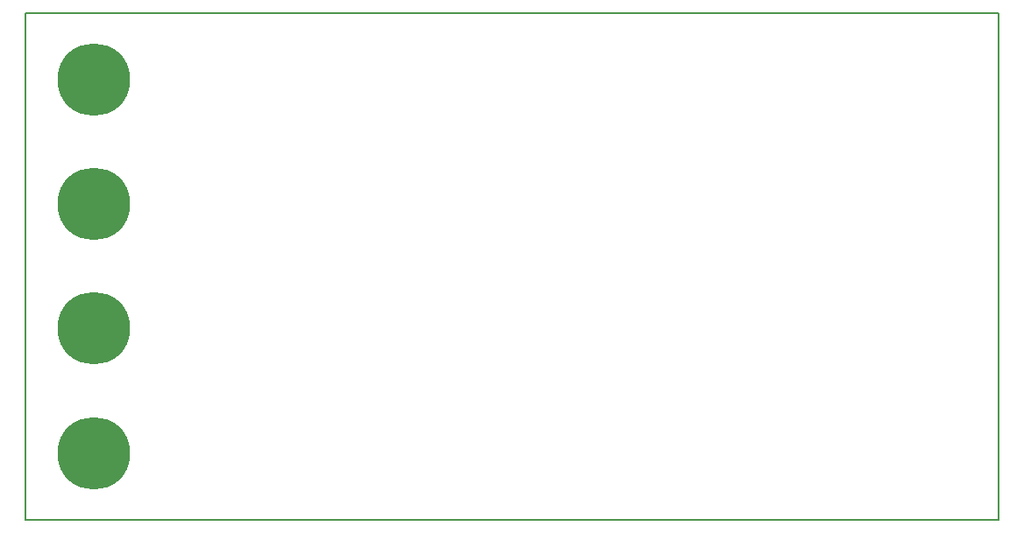
<source format=gtp>
%FSLAX25Y25*%
%MOIN*%
G70*
G01*
G75*
G04 Layer_Color=8421504*
%ADD10C,0.27559*%
%ADD11C,0.00800*%
%ADD12C,0.03000*%
%ADD13C,0.01000*%
%ADD14C,0.01500*%
%ADD15C,0.00500*%
%ADD16C,0.10236*%
%ADD17C,0.05906*%
%ADD18C,0.12205*%
%ADD19R,0.05906X0.05906*%
%ADD20C,0.02000*%
%ADD21C,0.03000*%
%ADD22C,0.07874*%
%ADD23R,0.02756X0.03347*%
%ADD24O,0.08661X0.02362*%
%ADD25C,0.00787*%
D10*
X26100Y-25200D02*
D03*
Y-72667D02*
D03*
Y-120133D02*
D03*
Y-167600D02*
D03*
D15*
X0Y-192913D02*
X370200D01*
X0Y0D02*
X370200D01*
X0Y-192913D02*
Y0D01*
X370079Y-192913D02*
Y0D01*
M02*

</source>
